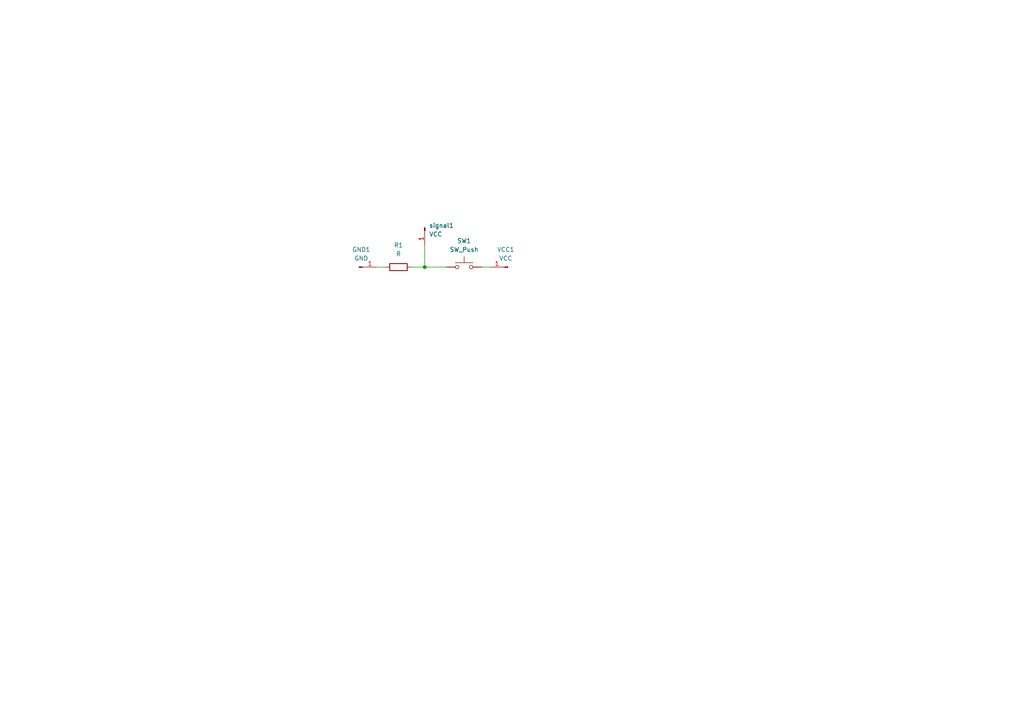
<source format=kicad_sch>
(kicad_sch (version 20250114) (generator "eeschema") (generator_version "9.0")
  (paper "A4")
  (lib_symbols
    (symbol "Connector:Conn_01x01_Pin" (pin_names (offset 1.016) (hide yes))
      (property "Reference" "J" (at 0 2.54 0))
      (property "Value" "Conn_01x01_Pin" (at 0 -2.54 0))
      (symbol "Conn_01x01_Pin_1_1"
        (rectangle (start 0.8636 0.127) (end 0 -0.127) (stroke (width 0.1524)) (fill (type outline)))
        (polyline (pts (xy 1.27 0) (xy 0.8636 0)) (stroke (width 0.1524)))
        (pin passive line (at 5.08 0 180) (length 3.81) (name "Pin_1") (number "1"))
      )
    )
    (symbol "Device:R" (pin_numbers (hide yes)) (pin_names (offset 0))
      (property "Reference" "R" (at 2.032 0 90))
      (property "Value" "R" (at 0 0 90))
      (symbol "R_0_1"
        (rectangle (start -1.016 -2.54) (end 1.016 2.54) (stroke (width 0.254)))
      )
      (symbol "R_1_1"
        (pin passive line (at 0 3.81 270) (length 1.27) (name "~") (number "1"))
        (pin passive line (at 0 -3.81 90) (length 1.27) (name "~") (number "2"))
      )
    )
    (symbol "Switch:SW_Push" (pin_numbers (hide yes)) (pin_names (offset 1.016) (hide yes))
      (property "Reference" "SW" (at 1.27 2.54 0))
      (property "Value" "SW_Push" (at 0 -1.524 0))
      (symbol "SW_Push_0_1"
        (circle (center -2.032 0) (radius 0.508))
        (polyline (pts (xy 0 1.27) (xy 0 3.048)))
        (circle (center 2.032 0) (radius 0.508))
        (polyline (pts (xy 2.54 1.27) (xy -2.54 1.27)))
        (pin passive line (at -5.08 0 0) (length 2.54) (name "1") (number "1"))
        (pin passive line (at 5.08 0 180) (length 2.54) (name "2") (number "2"))
      )
    )
  )
  (junction (at 123.19 77.47))
  (wire (pts (xy 109.22 77.47) (xy 111.76 77.47)))
  (wire (pts (xy 123.19 77.47) (xy 129.54 77.47)))
  (wire (pts (xy 123.19 71.12) (xy 123.19 77.47)))
  (wire (pts (xy 119.38 77.47) (xy 123.19 77.47)))
  (wire (pts (xy 139.7 77.47) (xy 142.24 77.47)))
  (symbol (lib_id "Connector:Conn_01x01_Pin") (at 104.14 77.47 0) (unit 1)
    (property "Reference" "GND1" (at 104.775 72.39 0))
    (property "Value" "GND" (at 104.775 74.93 0))
    (property "Footprint" "Connector_PinHeader_2.00mm:PinHeader_1x01_P2.00mm_Vertical" (effects (hide yes)))
    (property "Description" "Generic connector, single row, 01x01, script generated" (effects (hide yes)))
  )
  (symbol (lib_id "Connector:Conn_01x01_Pin") (at 123.19 66.04 270) (unit 1)
    (property "Reference" "signal1" (at 124.46 65.4049 90) (effects (justify left)))
    (property "Value" "VCC" (at 124.46 67.9449 90) (effects (justify left)))
    (property "Footprint" "Connector_PinHeader_2.00mm:PinHeader_1x01_P2.00mm_Vertical" (effects (hide yes)))
    (property "Description" "Generic connector, single row, 01x01, script generated" (effects (hide yes)))
  )
  (symbol (lib_id "Connector:Conn_01x01_Pin") (at 147.32 77.47 180) (unit 1)
    (property "Reference" "VCC1" (at 146.685 72.39 0))
    (property "Value" "VCC" (at 146.685 74.93 0))
    (property "Footprint" "Connector_PinHeader_2.00mm:PinHeader_1x01_P2.00mm_Vertical" (effects (hide yes)))
    (property "Description" "Generic connector, single row, 01x01, script generated" (effects (hide yes)))
  )
  (symbol (lib_id "Switch:SW_Push") (at 134.62 77.47 0) (unit 1)
    (property "Reference" "SW1" (at 134.62 69.85 0))
    (property "Value" "SW_Push" (at 134.62 72.39 0))
    (property "Footprint" "Button_Switch_THT:SW_PUSH_6mm" (effects (hide yes)))
    (property "Description" "Push button switch, generic, two pins" (effects (hide yes)))
  )
  (symbol (lib_id "Device:R") (at 115.57 77.47 270) (unit 1)
    (property "Reference" "R1" (at 115.57 71.12 90))
    (property "Value" "R" (at 115.57 73.66 90))
    (property "Footprint" "Resistor_THT:R_Axial_DIN0204_L3.6mm_D1.6mm_P7.62mm_Horizontal" (effects (hide yes)))
    (property "Description" "Resistor" (effects (hide yes)))
  )
)
</source>
